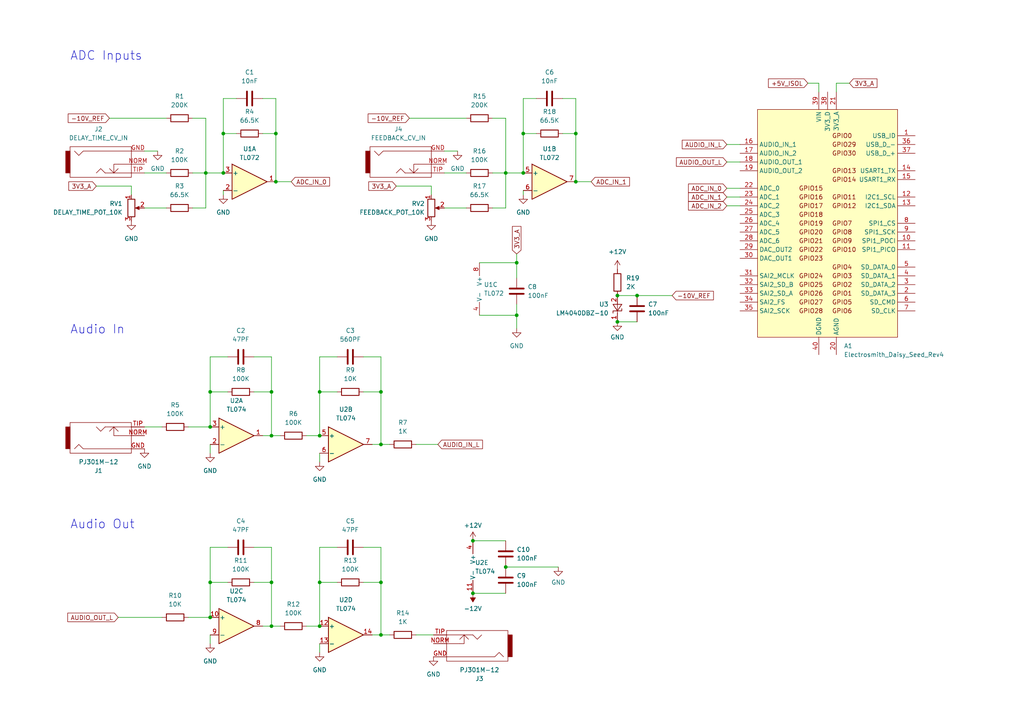
<source format=kicad_sch>
(kicad_sch (version 20230121) (generator eeschema)
  (paper "A4")
  (lib_symbols
    (symbol "Amplifier_Operational:TL072" (pin_names (offset 0.127))
      (property "Reference" "U" (at 0 5.08 0))
      (property "Value" "TL072" (at 0 -5.08 0))
      (symbol "TL072_1_1"
        (polyline (pts (xy -5.08 5.08) (xy 5.08 0) (xy -5.08 -5.08) (xy -5.08 5.08)) (stroke (width 0.254)) (fill (type background)))
        (pin output line (at 7.62 0 180) (length 2.54) (name "~") (number "1"))
        (pin input line (at -7.62 -2.54 0) (length 2.54) (name "-") (number "2"))
        (pin input line (at -7.62 2.54 0) (length 2.54) (name "+") (number "3"))
      )
      (symbol "TL072_2_1"
        (polyline (pts (xy -5.08 5.08) (xy 5.08 0) (xy -5.08 -5.08) (xy -5.08 5.08)) (stroke (width 0.254)) (fill (type background)))
        (pin input line (at -7.62 2.54 0) (length 2.54) (name "+") (number "5"))
        (pin input line (at -7.62 -2.54 0) (length 2.54) (name "-") (number "6"))
        (pin output line (at 7.62 0 180) (length 2.54) (name "~") (number "7"))
      )
      (symbol "TL072_3_1"
        (pin power_in line (at -2.54 -7.62 90) (length 3.81) (name "V-") (number "4"))
        (pin power_in line (at -2.54 7.62 270) (length 3.81) (name "V+") (number "8"))
      )
    )
    (symbol "Amplifier_Operational:TL074" (pin_names (offset 0.127))
      (property "Reference" "U" (at 0 5.08 0))
      (property "Value" "TL074" (at 0 -5.08 0))
      (symbol "TL074_1_1"
        (polyline (pts (xy -5.08 5.08) (xy 5.08 0) (xy -5.08 -5.08) (xy -5.08 5.08)) (stroke (width 0.254)) (fill (type background)))
        (pin output line (at 7.62 0 180) (length 2.54) (name "~") (number "1"))
        (pin input line (at -7.62 -2.54 0) (length 2.54) (name "-") (number "2"))
        (pin input line (at -7.62 2.54 0) (length 2.54) (name "+") (number "3"))
      )
      (symbol "TL074_2_1"
        (polyline (pts (xy -5.08 5.08) (xy 5.08 0) (xy -5.08 -5.08) (xy -5.08 5.08)) (stroke (width 0.254)) (fill (type background)))
        (pin input line (at -7.62 2.54 0) (length 2.54) (name "+") (number "5"))
        (pin input line (at -7.62 -2.54 0) (length 2.54) (name "-") (number "6"))
        (pin output line (at 7.62 0 180) (length 2.54) (name "~") (number "7"))
      )
      (symbol "TL074_3_1"
        (polyline (pts (xy -5.08 5.08) (xy 5.08 0) (xy -5.08 -5.08) (xy -5.08 5.08)) (stroke (width 0.254)) (fill (type background)))
        (pin input line (at -7.62 2.54 0) (length 2.54) (name "+") (number "10"))
        (pin output line (at 7.62 0 180) (length 2.54) (name "~") (number "8"))
        (pin input line (at -7.62 -2.54 0) (length 2.54) (name "-") (number "9"))
      )
      (symbol "TL074_4_1"
        (polyline (pts (xy -5.08 5.08) (xy 5.08 0) (xy -5.08 -5.08) (xy -5.08 5.08)) (stroke (width 0.254)) (fill (type background)))
        (pin input line (at -7.62 2.54 0) (length 2.54) (name "+") (number "12"))
        (pin input line (at -7.62 -2.54 0) (length 2.54) (name "-") (number "13"))
        (pin output line (at 7.62 0 180) (length 2.54) (name "~") (number "14"))
      )
      (symbol "TL074_5_1"
        (pin power_in line (at -2.54 -7.62 90) (length 3.81) (name "V-") (number "11"))
        (pin power_in line (at -2.54 7.62 270) (length 3.81) (name "V+") (number "4"))
      )
    )
    (symbol "Device:C" (pin_numbers hide) (pin_names (offset 0.254))
      (property "Reference" "C" (at 0.635 2.54 0))
      (property "Value" "C" (at 0.635 -2.54 0))
      (symbol "C_0_1"
        (polyline (pts (xy -2.032 -0.762) (xy 2.032 -0.762)) (stroke (width 0.508)))
        (polyline (pts (xy -2.032 0.762) (xy 2.032 0.762)) (stroke (width 0.508)))
      )
      (symbol "C_1_1"
        (pin passive line (at 0 3.81 270) (length 2.794) (name "~") (number "1"))
        (pin passive line (at 0 -3.81 90) (length 2.794) (name "~") (number "2"))
      )
    )
    (symbol "Device:R" (pin_numbers hide) (pin_names (offset 0))
      (property "Reference" "R" (at 2.032 0 90))
      (property "Value" "R" (at 0 0 90))
      (symbol "R_0_1"
        (rectangle (start -1.016 -2.54) (end 1.016 2.54) (stroke (width 0.254)))
      )
      (symbol "R_1_1"
        (pin passive line (at 0 3.81 270) (length 1.27) (name "~") (number "1"))
        (pin passive line (at 0 -3.81 90) (length 1.27) (name "~") (number "2"))
      )
    )
    (symbol "Device:R_Potentiometer" (pin_names (offset 1.016) hide)
      (property "Reference" "RV" (at -4.445 0 90))
      (property "Value" "R_Potentiometer" (at -2.54 0 90))
      (symbol "R_Potentiometer_0_1"
        (polyline (pts (xy 2.54 0) (xy 1.524 0)))
        (polyline (pts (xy 1.143 0) (xy 2.286 0.508) (xy 2.286 -0.508) (xy 1.143 0)) (fill (type outline)))
        (rectangle (start 1.016 2.54) (end -1.016 -2.54) (stroke (width 0.254)))
      )
      (symbol "R_Potentiometer_1_1"
        (pin passive line (at 0 3.81 270) (length 1.27) (name "1") (number "1"))
        (pin passive line (at 3.81 0 180) (length 1.27) (name "2") (number "2"))
        (pin passive line (at 0 -3.81 90) (length 1.27) (name "3") (number "3"))
      )
    )
    (symbol "MCU_Module:Electrosmith_Daisy_Seed_Rev4"
      (property "Reference" "A" (at -20.32 34.29 0))
      (property "Value" "Electrosmith_Daisy_Seed_Rev4" (at 33.02 34.29 0))
      (symbol "Electrosmith_Daisy_Seed_Rev4_0_0"
        (text "GPIO0" (at 1.27 25.4 0) (effects (font (size 1.27 1.27)) (justify left)))
        (text "GPIO1" (at 1.27 -20.32 0) (effects (font (size 1.27 1.27)) (justify left)))
        (text "GPIO10" (at 1.27 -7.62 0) (effects (font (size 1.27 1.27)) (justify left)))
        (text "GPIO11" (at 1.27 7.62 0) (effects (font (size 1.27 1.27)) (justify left)))
        (text "GPIO12" (at 1.27 5.08 0) (effects (font (size 1.27 1.27)) (justify left)))
        (text "GPIO13" (at 1.27 15.24 0) (effects (font (size 1.27 1.27)) (justify left)))
        (text "GPIO14" (at 1.27 12.7 0) (effects (font (size 1.27 1.27)) (justify left)))
        (text "GPIO15" (at -1.27 10.16 0) (effects (font (size 1.27 1.27)) (justify right)))
        (text "GPIO16" (at -1.27 7.62 0) (effects (font (size 1.27 1.27)) (justify right)))
        (text "GPIO17" (at -1.27 5.08 0) (effects (font (size 1.27 1.27)) (justify right)))
        (text "GPIO18" (at -1.27 2.54 0) (effects (font (size 1.27 1.27)) (justify right)))
        (text "GPIO19" (at -1.27 0 0) (effects (font (size 1.27 1.27)) (justify right)))
        (text "GPIO2" (at 1.27 -17.78 0) (effects (font (size 1.27 1.27)) (justify left)))
        (text "GPIO20" (at -1.27 -2.54 0) (effects (font (size 1.27 1.27)) (justify right)))
        (text "GPIO21" (at -1.27 -5.08 0) (effects (font (size 1.27 1.27)) (justify right)))
        (text "GPIO22" (at -1.27 -7.62 0) (effects (font (size 1.27 1.27)) (justify right)))
        (text "GPIO23" (at -1.27 -10.16 0) (effects (font (size 1.27 1.27)) (justify right)))
        (text "GPIO24" (at -1.27 -15.24 0) (effects (font (size 1.27 1.27)) (justify right)))
        (text "GPIO25" (at -1.27 -17.78 0) (effects (font (size 1.27 1.27)) (justify right)))
        (text "GPIO26" (at -1.27 -20.32 0) (effects (font (size 1.27 1.27)) (justify right)))
        (text "GPIO27" (at -1.27 -22.86 0) (effects (font (size 1.27 1.27)) (justify right)))
        (text "GPIO28" (at -1.27 -25.4 0) (effects (font (size 1.27 1.27)) (justify right)))
        (text "GPIO29" (at 1.27 22.86 0) (effects (font (size 1.27 1.27)) (justify left)))
        (text "GPIO3" (at 1.27 -15.24 0) (effects (font (size 1.27 1.27)) (justify left)))
        (text "GPIO30" (at 1.27 20.32 0) (effects (font (size 1.27 1.27)) (justify left)))
        (text "GPIO4" (at 1.27 -12.7 0) (effects (font (size 1.27 1.27)) (justify left)))
        (text "GPIO5" (at 1.27 -22.86 0) (effects (font (size 1.27 1.27)) (justify left)))
        (text "GPIO6" (at 1.27 -25.4 0) (effects (font (size 1.27 1.27)) (justify left)))
        (text "GPIO7" (at 1.27 0 0) (effects (font (size 1.27 1.27)) (justify left)))
        (text "GPIO8" (at 1.27 -2.54 0) (effects (font (size 1.27 1.27)) (justify left)))
        (text "GPIO9" (at 1.27 -5.08 0) (effects (font (size 1.27 1.27)) (justify left)))
        (pin bidirectional line (at 25.4 25.4 180) (length 5.08) (name "USB_ID") (number "1"))
        (pin bidirectional line (at 25.4 -5.08 180) (length 5.08) (name "SPI1_POCI") (number "10"))
        (pin bidirectional line (at 25.4 -7.62 180) (length 5.08) (name "SPI1_PICO") (number "11"))
        (pin bidirectional line (at 25.4 7.62 180) (length 5.08) (name "I2C1_SCL") (number "12"))
        (pin bidirectional line (at 25.4 5.08 180) (length 5.08) (name "I2C1_SDA") (number "13"))
        (pin bidirectional line (at 25.4 15.24 180) (length 5.08) (name "USART1_TX") (number "14"))
        (pin bidirectional line (at 25.4 12.7 180) (length 5.08) (name "USART1_RX") (number "15"))
        (pin input line (at -25.4 22.86 0) (length 5.08) (name "AUDIO_IN_1") (number "16"))
        (pin input line (at -25.4 20.32 0) (length 5.08) (name "AUDIO_IN_2") (number "17"))
        (pin output line (at -25.4 17.78 0) (length 5.08) (name "AUDIO_OUT_1") (number "18"))
        (pin output line (at -25.4 15.24 0) (length 5.08) (name "AUDIO_OUT_2") (number "19"))
        (pin bidirectional line (at 25.4 -20.32 180) (length 5.08) (name "SD_DATA_3") (number "2"))
        (pin power_in line (at 2.54 -38.1 90) (length 5.08) (name "AGND") (number "20"))
        (pin power_out line (at 2.54 38.1 270) (length 5.08) (name "3V3_A") (number "21"))
        (pin bidirectional line (at -25.4 10.16 0) (length 5.08) (name "ADC_0") (number "22"))
        (pin bidirectional line (at -25.4 7.62 0) (length 5.08) (name "ADC_1") (number "23"))
        (pin bidirectional line (at -25.4 5.08 0) (length 5.08) (name "ADC_2") (number "24"))
        (pin bidirectional line (at -25.4 2.54 0) (length 5.08) (name "ADC_3") (number "25"))
        (pin bidirectional line (at -25.4 0 0) (length 5.08) (name "ADC_4") (number "26"))
        (pin bidirectional line (at -25.4 -2.54 0) (length 5.08) (name "ADC_5") (number "27"))
        (pin bidirectional line (at -25.4 -5.08 0) (length 5.08) (name "ADC_6") (number "28"))
        (pin bidirectional line (at -25.4 -7.62 0) (length 5.08) (name "DAC_OUT2") (number "29"))
        (pin bidirectional line (at 25.4 -17.78 180) (length 5.08) (name "SD_DATA_2") (number "3"))
        (pin bidirectional line (at -25.4 -10.16 0) (length 5.08) (name "DAC_OUT1") (number "30"))
        (pin bidirectional line (at -25.4 -15.24 0) (length 5.08) (name "SAI2_MCLK") (number "31"))
        (pin bidirectional line (at -25.4 -17.78 0) (length 5.08) (name "SAI2_SD_B") (number "32"))
        (pin bidirectional line (at -25.4 -20.32 0) (length 5.08) (name "SAI2_SD_A") (number "33"))
        (pin bidirectional line (at -25.4 -22.86 0) (length 5.08) (name "SAI2_FS") (number "34"))
        (pin bidirectional line (at -25.4 -25.4 0) (length 5.08) (name "SAI2_SCK") (number "35"))
        (pin bidirectional line (at 25.4 22.86 180) (length 5.08) (name "USB_D_-") (number "36"))
        (pin bidirectional line (at 25.4 20.32 180) (length 5.08) (name "USB_D_+") (number "37"))
        (pin power_out line (at 0 38.1 270) (length 5.08) (name "3V3_D") (number "38"))
        (pin power_in line (at -2.54 38.1 270) (length 5.08) (name "VIN") (number "39"))
        (pin bidirectional line (at 25.4 -15.24 180) (length 5.08) (name "SD_DATA_1") (number "4"))
        (pin power_in line (at -2.54 -38.1 90) (length 5.08) (name "DGND") (number "40"))
        (pin bidirectional line (at 25.4 -12.7 180) (length 5.08) (name "SD_DATA_0") (number "5"))
        (pin bidirectional line (at 25.4 -22.86 180) (length 5.08) (name "SD_CMD") (number "6"))
        (pin bidirectional line (at 25.4 -25.4 180) (length 5.08) (name "SD_CLK") (number "7"))
        (pin bidirectional line (at 25.4 0 180) (length 5.08) (name "SPI1_CS") (number "8"))
        (pin bidirectional line (at 25.4 -2.54 180) (length 5.08) (name "SPI1_SCK") (number "9"))
      )
      (symbol "Electrosmith_Daisy_Seed_Rev4_0_1"
        (rectangle (start -20.32 33.02) (end 20.32 -33.02) (fill (type background)))
      )
    )
    (symbol "Reference_Voltage:LM4040DBZ-10" (pin_names (offset 0.0254) hide)
      (property "Reference" "U" (at 0 2.54 0))
      (property "Value" "LM4040DBZ-10" (at 0 -3.175 0))
      (symbol "LM4040DBZ-10_0_1"
        (polyline (pts (xy -1.27 0) (xy 0 0) (xy 1.27 0)))
        (polyline (pts (xy -1.27 -1.27) (xy 0.635 0) (xy -1.27 1.27) (xy -1.27 -1.27)) (stroke (width 0.2032)))
        (polyline (pts (xy 0 -1.27) (xy 0.635 -1.27) (xy 0.635 1.27) (xy 1.27 1.27)) (stroke (width 0.2032)))
      )
      (symbol "LM4040DBZ-10_1_1"
        (pin passive line (at 3.81 0 180) (length 2.54) (name "K") (number "1"))
        (pin passive line (at -3.81 0 0) (length 2.54) (name "A") (number "2"))
      )
    )
    (symbol "eurocad:PJ301M-12" (pin_names (offset 1.016))
      (property "Reference" "J2" (at -1.905 10.16 0))
      (property "Value" "PJ301M-12" (at -1.905 7.62 0))
      (symbol "PJ301M-12_0_1"
        (rectangle (start -11.43 3.81) (end -10.16 -2.54) (fill (type outline)))
        (polyline (pts (xy 3.81 0) (xy 7.62 0) (xy 7.62 0)))
        (polyline (pts (xy 0 -2.54) (xy -1.27 -1.27) (xy -2.54 -2.54) (xy -2.54 -2.54)))
        (polyline (pts (xy 0 -2.54) (xy 7.62 -2.54) (xy 7.62 -2.54) (xy 7.62 -2.54)))
        (polyline (pts (xy 1.27 -1.27) (xy 2.54 -2.54) (xy 3.81 -1.27) (xy 3.81 -1.27)))
        (polyline (pts (xy 3.81 0) (xy 2.54 0) (xy 2.54 -2.54) (xy 2.54 -2.54)))
        (polyline (pts (xy 7.62 3.81) (xy -6.35 3.81) (xy -7.62 2.54) (xy -8.89 3.81) (xy -8.89 3.81)))
        (rectangle (start 7.62 -3.81) (end -10.16 5.08))
      )
      (symbol "PJ301M-12_1_1"
        (pin passive line (at 11.43 3.81 180) (length 3.81) (name "~") (number "GND"))
        (pin passive line (at 11.43 0 180) (length 3.81) (name "~") (number "NORM"))
        (pin passive line (at 11.43 -2.54 180) (length 3.81) (name "~") (number "TIP"))
      )
    )
    (symbol "power:+12V" (power) (pin_names (offset 0))
      (property "Value" "+12V" (at 0 3.556 0))
      (symbol "+12V_0_1"
        (polyline (pts (xy -0.762 1.27) (xy 0 2.54)))
        (polyline (pts (xy 0 0) (xy 0 2.54)))
        (polyline (pts (xy 0 2.54) (xy 0.762 1.27)))
      )
      (symbol "+12V_1_1"
        (pin power_in line (at 0 0 90) (length 0) hide (name "+12V") (number "1"))
      )
    )
    (symbol "power:-12V" (power) (pin_names (offset 0))
      (property "Value" "-12V" (at 0 3.81 0))
      (symbol "-12V_0_0"
        (pin power_in line (at 0 0 90) (length 0) hide (name "-12V") (number "1"))
      )
      (symbol "-12V_0_1"
        (polyline (pts (xy 0 0) (xy 0 1.27) (xy 0.762 1.27) (xy 0 2.54) (xy -0.762 1.27) (xy 0 1.27)) (fill (type outline)))
      )
    )
    (symbol "power:GND" (power) (pin_names (offset 0))
      (property "Value" "GND" (at 0 -3.81 0))
      (symbol "GND_0_1"
        (polyline (pts (xy 0 0) (xy 0 -1.27) (xy 1.27 -1.27) (xy 0 -2.54) (xy -1.27 -1.27) (xy 0 -1.27)))
      )
      (symbol "GND_1_1"
        (pin power_in line (at 0 0 270) (length 0) hide (name "GND") (number "1"))
      )
    )
  )
  (junction (at 92.71 126.365))
  (junction (at 92.71 168.91))
  (junction (at 60.96 123.825))
  (junction (at 110.49 113.665))
  (junction (at 92.71 113.665))
  (junction (at 78.74 181.61))
  (junction (at 78.74 168.91))
  (junction (at 80.01 52.705))
  (junction (at 78.74 113.665))
  (junction (at 149.86 76.2))
  (junction (at 179.07 85.725))
  (junction (at 137.16 156.845))
  (junction (at 64.77 50.165))
  (junction (at 151.765 50.165))
  (junction (at 60.96 179.07))
  (junction (at 137.16 172.085))
  (junction (at 60.96 168.91))
  (junction (at 179.07 93.345))
  (junction (at 78.74 126.365))
  (junction (at 92.71 181.61))
  (junction (at 64.77 38.735))
  (junction (at 60.96 113.665))
  (junction (at 146.685 164.465))
  (junction (at 80.01 38.735))
  (junction (at 59.69 50.165))
  (junction (at 110.49 184.15))
  (junction (at 167.005 38.735))
  (junction (at 110.49 168.91))
  (junction (at 184.785 85.725))
  (junction (at 110.49 128.905))
  (junction (at 149.86 91.44))
  (junction (at 146.685 50.165))
  (junction (at 151.765 38.735))
  (junction (at 167.005 52.705))
  (wire (pts (xy 139.065 91.44) (xy 149.86 91.44)))
  (wire (pts (xy 137.16 172.085) (xy 137.16 171.45)))
  (wire (pts (xy 146.685 34.29) (xy 146.685 50.165)))
  (wire (pts (xy 92.71 158.75) (xy 92.71 168.91)))
  (wire (pts (xy 107.95 184.15) (xy 110.49 184.15)))
  (wire (pts (xy 163.195 38.735) (xy 167.005 38.735)))
  (wire (pts (xy 142.875 60.325) (xy 146.685 60.325)))
  (wire (pts (xy 179.07 85.725) (xy 184.785 85.725)))
  (wire (pts (xy 54.61 179.07) (xy 60.96 179.07)))
  (wire (pts (xy 114.935 53.975) (xy 125.095 53.975)))
  (wire (pts (xy 31.75 34.29) (xy 48.26 34.29)))
  (wire (pts (xy 110.49 158.75) (xy 110.49 168.91)))
  (wire (pts (xy 184.785 85.725) (xy 194.945 85.725)))
  (wire (pts (xy 34.29 179.07) (xy 46.99 179.07)))
  (wire (pts (xy 59.69 50.165) (xy 64.77 50.165)))
  (wire (pts (xy 146.685 50.165) (xy 151.765 50.165)))
  (wire (pts (xy 151.765 28.575) (xy 155.575 28.575)))
  (wire (pts (xy 38.1 53.975) (xy 38.1 56.515)))
  (wire (pts (xy 128.905 50.165) (xy 135.255 50.165)))
  (wire (pts (xy 97.79 158.75) (xy 92.71 158.75)))
  (wire (pts (xy 92.71 113.665) (xy 97.79 113.665)))
  (wire (pts (xy 110.49 128.905) (xy 113.03 128.905)))
  (wire (pts (xy 242.57 26.67) (xy 242.57 24.13)))
  (wire (pts (xy 60.96 184.15) (xy 60.96 186.69)))
  (wire (pts (xy 105.41 158.75) (xy 110.49 158.75)))
  (wire (pts (xy 60.96 168.91) (xy 66.04 168.91)))
  (wire (pts (xy 78.74 126.365) (xy 78.74 113.665)))
  (wire (pts (xy 59.69 50.165) (xy 59.69 60.325)))
  (wire (pts (xy 73.66 168.91) (xy 78.74 168.91)))
  (wire (pts (xy 78.74 181.61) (xy 81.28 181.61)))
  (wire (pts (xy 73.66 113.665) (xy 78.74 113.665)))
  (wire (pts (xy 128.905 43.815) (xy 132.715 43.815)))
  (wire (pts (xy 92.71 113.665) (xy 92.71 126.365)))
  (wire (pts (xy 60.96 123.825) (xy 60.96 113.665)))
  (wire (pts (xy 151.765 55.245) (xy 151.765 56.515)))
  (wire (pts (xy 210.82 46.99) (xy 214.63 46.99)))
  (wire (pts (xy 210.82 54.61) (xy 214.63 54.61)))
  (wire (pts (xy 110.49 168.91) (xy 110.49 184.15)))
  (wire (pts (xy 88.9 126.365) (xy 92.71 126.365)))
  (wire (pts (xy 76.2 28.575) (xy 80.01 28.575)))
  (wire (pts (xy 149.86 91.44) (xy 149.86 88.265)))
  (wire (pts (xy 149.86 95.25) (xy 149.86 91.44)))
  (wire (pts (xy 41.91 50.165) (xy 48.26 50.165)))
  (wire (pts (xy 179.07 93.345) (xy 184.785 93.345)))
  (wire (pts (xy 110.49 184.15) (xy 113.03 184.15)))
  (wire (pts (xy 151.765 38.735) (xy 155.575 38.735)))
  (wire (pts (xy 167.005 28.575) (xy 167.005 38.735)))
  (wire (pts (xy 142.875 50.165) (xy 146.685 50.165)))
  (wire (pts (xy 210.82 41.91) (xy 214.63 41.91)))
  (wire (pts (xy 146.685 172.085) (xy 137.16 172.085)))
  (wire (pts (xy 120.65 128.905) (xy 127 128.905)))
  (wire (pts (xy 76.2 181.61) (xy 78.74 181.61)))
  (wire (pts (xy 163.195 28.575) (xy 167.005 28.575)))
  (wire (pts (xy 55.88 60.325) (xy 59.69 60.325)))
  (wire (pts (xy 242.57 24.13) (xy 246.38 24.13)))
  (wire (pts (xy 64.77 50.165) (xy 64.77 38.735)))
  (wire (pts (xy 142.875 34.29) (xy 146.685 34.29)))
  (wire (pts (xy 118.745 34.29) (xy 135.255 34.29)))
  (wire (pts (xy 41.91 43.815) (xy 45.72 43.815)))
  (wire (pts (xy 167.005 38.735) (xy 167.005 52.705)))
  (wire (pts (xy 64.77 28.575) (xy 68.58 28.575)))
  (wire (pts (xy 137.16 156.845) (xy 146.685 156.845)))
  (wire (pts (xy 167.005 52.705) (xy 171.45 52.705)))
  (wire (pts (xy 78.74 158.75) (xy 78.74 168.91)))
  (wire (pts (xy 64.77 55.245) (xy 64.77 56.515)))
  (wire (pts (xy 27.94 53.975) (xy 38.1 53.975)))
  (wire (pts (xy 60.96 113.665) (xy 66.04 113.665)))
  (wire (pts (xy 92.71 186.69) (xy 92.71 189.23)))
  (wire (pts (xy 64.77 38.735) (xy 64.77 28.575)))
  (wire (pts (xy 110.49 113.665) (xy 110.49 128.905)))
  (wire (pts (xy 55.88 50.165) (xy 59.69 50.165)))
  (wire (pts (xy 55.88 34.29) (xy 59.69 34.29)))
  (wire (pts (xy 64.77 38.735) (xy 68.58 38.735)))
  (wire (pts (xy 139.065 76.2) (xy 149.86 76.2)))
  (wire (pts (xy 54.61 123.825) (xy 60.96 123.825)))
  (wire (pts (xy 80.01 28.575) (xy 80.01 38.735)))
  (wire (pts (xy 105.41 168.91) (xy 110.49 168.91)))
  (wire (pts (xy 76.2 126.365) (xy 78.74 126.365)))
  (wire (pts (xy 125.095 53.975) (xy 125.095 56.515)))
  (wire (pts (xy 76.2 38.735) (xy 80.01 38.735)))
  (wire (pts (xy 149.86 76.2) (xy 149.86 80.645)))
  (wire (pts (xy 128.905 60.325) (xy 135.255 60.325)))
  (wire (pts (xy 146.685 164.465) (xy 161.925 164.465)))
  (wire (pts (xy 210.82 57.15) (xy 214.63 57.15)))
  (wire (pts (xy 234.315 24.13) (xy 237.49 24.13)))
  (wire (pts (xy 41.91 123.825) (xy 46.99 123.825)))
  (wire (pts (xy 80.01 52.705) (xy 84.455 52.705)))
  (wire (pts (xy 105.41 103.505) (xy 110.49 103.505)))
  (wire (pts (xy 78.74 181.61) (xy 78.74 168.91)))
  (wire (pts (xy 60.96 103.505) (xy 60.96 113.665)))
  (wire (pts (xy 73.66 158.75) (xy 78.74 158.75)))
  (wire (pts (xy 110.49 103.505) (xy 110.49 113.665)))
  (wire (pts (xy 88.9 181.61) (xy 92.71 181.61)))
  (wire (pts (xy 237.49 24.13) (xy 237.49 26.67)))
  (wire (pts (xy 60.96 158.75) (xy 60.96 168.91)))
  (wire (pts (xy 59.69 34.29) (xy 59.69 50.165)))
  (wire (pts (xy 107.95 128.905) (xy 110.49 128.905)))
  (wire (pts (xy 60.96 128.905) (xy 60.96 131.445)))
  (wire (pts (xy 41.91 60.325) (xy 48.26 60.325)))
  (wire (pts (xy 105.41 113.665) (xy 110.49 113.665)))
  (wire (pts (xy 73.66 103.505) (xy 78.74 103.505)))
  (wire (pts (xy 210.82 59.69) (xy 214.63 59.69)))
  (wire (pts (xy 92.71 131.445) (xy 92.71 133.985)))
  (wire (pts (xy 149.86 73.66) (xy 149.86 76.2)))
  (wire (pts (xy 92.71 168.91) (xy 92.71 181.61)))
  (wire (pts (xy 146.685 50.165) (xy 146.685 60.325)))
  (wire (pts (xy 78.74 126.365) (xy 81.28 126.365)))
  (wire (pts (xy 151.765 38.735) (xy 151.765 28.575)))
  (wire (pts (xy 151.765 50.165) (xy 151.765 38.735)))
  (wire (pts (xy 66.04 103.505) (xy 60.96 103.505)))
  (wire (pts (xy 92.71 168.91) (xy 97.79 168.91)))
  (wire (pts (xy 78.74 103.505) (xy 78.74 113.665)))
  (wire (pts (xy 97.79 103.505) (xy 92.71 103.505)))
  (wire (pts (xy 120.65 184.15) (xy 125.73 184.15)))
  (wire (pts (xy 92.71 103.505) (xy 92.71 113.665)))
  (wire (pts (xy 80.01 38.735) (xy 80.01 52.705)))
  (wire (pts (xy 60.96 179.07) (xy 60.96 168.91)))
  (wire (pts (xy 66.04 158.75) (xy 60.96 158.75)))
  (text "ADC Inputs" (at 20.32 17.78 0) (effects (font (size 2.54 2.54)) (justify left bottom)))
  (text "Audio Out" (at 20.32 153.67 0) (effects (font (size 2.54 2.54)) (justify left bottom)))
  (text "Audio In" (at 20.32 97.155 0) (effects (font (size 2.54 2.54)) (justify left bottom)))
  (global_label "-10V_REF" (shape input) (at 194.945 85.725 0) (property "Intersheetrefs" "${INTERSHEET_REFS}" (effects hide)))
  (global_label "ADC_IN_2" (shape input) (at 210.82 59.69 180) (property "Intersheetrefs" "${INTERSHEET_REFS}" (effects hide)))
  (global_label "ADC_IN_0" (shape input) (at 84.455 52.705 0) (property "Intersheetrefs" "${INTERSHEET_REFS}" (effects hide)))
  (global_label "ADC_IN_0" (shape input) (at 210.82 54.61 180) (property "Intersheetrefs" "${INTERSHEET_REFS}" (effects hide)))
  (global_label "AUDIO_OUT_L" (shape input) (at 210.82 46.99 180) (property "Intersheetrefs" "${INTERSHEET_REFS}" (effects hide)))
  (global_label "-10V_REF" (shape input) (at 118.745 34.29 180) (property "Intersheetrefs" "${INTERSHEET_REFS}" (effects hide)))
  (global_label "3V3_A" (shape input) (at 27.94 53.975 180) (property "Intersheetrefs" "${INTERSHEET_REFS}" (effects hide)))
  (global_label "AUDIO_OUT_L" (shape input) (at 34.29 179.07 180) (property "Intersheetrefs" "${INTERSHEET_REFS}" (effects hide)))
  (global_label "+5V_ISOL" (shape input) (at 234.315 24.13 180) (property "Intersheetrefs" "${INTERSHEET_REFS}" (effects hide)))
  (global_label "ADC_IN_1" (shape input) (at 171.45 52.705 0) (property "Intersheetrefs" "${INTERSHEET_REFS}" (effects hide)))
  (global_label "3V3_A" (shape input) (at 246.38 24.13 0) (property "Intersheetrefs" "${INTERSHEET_REFS}" (effects hide)))
  (global_label "AUDIO_IN_L" (shape input) (at 210.82 41.91 180) (property "Intersheetrefs" "${INTERSHEET_REFS}" (effects hide)))
  (global_label "3V3_A" (shape input) (at 114.935 53.975 180) (property "Intersheetrefs" "${INTERSHEET_REFS}" (effects hide)))
  (global_label "3V3_A" (shape input) (at 149.86 73.66 90) (property "Intersheetrefs" "${INTERSHEET_REFS}" (effects hide)))
  (global_label "-10V_REF" (shape input) (at 31.75 34.29 180) (property "Intersheetrefs" "${INTERSHEET_REFS}" (effects hide)))
  (global_label "ADC_IN_1" (shape input) (at 210.82 57.15 180) (property "Intersheetrefs" "${INTERSHEET_REFS}" (effects hide)))
  (global_label "AUDIO_IN_L" (shape input) (at 127 128.905 0) (property "Intersheetrefs" "${INTERSHEET_REFS}" (effects hide)))
  (symbol (lib_id "Device:R") (at 139.065 34.29 90) (unit 1)
    (property "Reference" "R15" (at 139.065 27.94 90))
    (property "Value" "200K" (at 139.065 30.48 90))
  )
  (symbol (lib_id "Device:R") (at 52.07 60.325 90) (unit 1)
    (property "Reference" "R3" (at 52.07 53.975 90))
    (property "Value" "66.5K" (at 52.07 56.515 90))
  )
  (symbol (lib_id "Device:R") (at 116.84 184.15 90) (unit 1)
    (property "Reference" "R14" (at 116.84 177.8 90))
    (property "Value" "1K" (at 116.84 180.34 90))
  )
  (symbol (lib_id "MCU_Module:Electrosmith_Daisy_Seed_Rev4") (at 240.03 64.77 0) (unit 1)
    (property "Reference" "A1" (at 244.7641 100.33 0) (effects (justify left)))
    (property "Value" "Electrosmith_Daisy_Seed_Rev4" (at 244.7641 102.87 0) (effects (justify left)))
    (property "Footprint" "Module:Electrosmith_Daisy_Seed" (effects hide))
    (property "Datasheet" "https://static1.squarespace.com/static/58d03fdc1b10e3bf442567b8/t/6227e6236f02fb68d1577146/1646781988478/Daisy_Seed_datasheet_v1.0.3.pdf" (effects hide))
  )
  (symbol (lib_id "power:GND") (at 64.77 56.515 0) (unit 1)
    (property "Reference" "#PWR01" (effects hide))
    (property "Value" "GND" (at 64.77 61.595 0))
  )
  (symbol (lib_id "Amplifier_Operational:TL074") (at 100.33 128.905 0) (unit 2)
    (property "Reference" "U2" (at 100.33 118.745 0))
    (property "Value" "TL074" (at 100.33 121.285 0))
    (property "Datasheet" "http://www.ti.com/lit/ds/symlink/tl071.pdf" (effects hide))
  )
  (symbol (lib_id "Device:R") (at 159.385 38.735 90) (unit 1)
    (property "Reference" "R18" (at 159.385 32.385 90))
    (property "Value" "66.5K" (at 159.385 34.925 90))
  )
  (symbol (lib_id "Device:R") (at 50.8 179.07 90) (unit 1)
    (property "Reference" "R10" (at 50.8 172.72 90))
    (property "Value" "10K" (at 50.8 175.26 90))
  )
  (symbol (lib_id "Device:R") (at 52.07 34.29 90) (unit 1)
    (property "Reference" "R1" (at 52.07 27.94 90))
    (property "Value" "200K" (at 52.07 30.48 90))
  )
  (symbol (lib_id "power:+12V") (at 179.07 78.105 0) (unit 1)
    (property "Reference" "#PWR016" (effects hide))
    (property "Value" "+12V" (at 179.07 73.025 0))
  )
  (symbol (lib_id "power:GND") (at 132.715 43.815 0) (unit 1)
    (property "Reference" "#PWR011" (effects hide))
    (property "Value" "GND" (at 132.715 48.895 0))
  )
  (symbol (lib_id "Device:R") (at 139.065 60.325 90) (unit 1)
    (property "Reference" "R17" (at 139.065 53.975 90))
    (property "Value" "66.5K" (at 139.065 56.515 90))
  )
  (symbol (lib_id "Device:R_Potentiometer") (at 125.095 60.325 0) (unit 1)
    (property "Reference" "RV2" (at 123.19 59.055 0) (effects (justify right)))
    (property "Value" "FEEDBACK_POT_10K" (at 123.19 61.595 0) (effects (justify right)))
  )
  (symbol (lib_id "eurocad:PJ301M-12") (at 30.48 47.625 0) (unit 1)
    (property "Reference" "J2" (at 28.575 37.465 0))
    (property "Value" "DELAY_TIME_CV_IN" (at 28.575 40.005 0))
  )
  (symbol (lib_id "Device:R") (at 85.09 126.365 90) (unit 1)
    (property "Reference" "R6" (at 85.09 120.015 90))
    (property "Value" "100K" (at 85.09 122.555 90))
  )
  (symbol (lib_id "Device:R") (at 69.85 113.665 90) (unit 1)
    (property "Reference" "R8" (at 69.85 107.315 90))
    (property "Value" "100K" (at 69.85 109.855 90))
  )
  (symbol (lib_id "Amplifier_Operational:TL074") (at 68.58 181.61 0) (unit 3)
    (property "Reference" "U2" (at 68.58 171.45 0))
    (property "Value" "TL074" (at 68.58 173.99 0))
    (property "Datasheet" "http://www.ti.com/lit/ds/symlink/tl071.pdf" (effects hide))
  )
  (symbol (lib_id "Device:C") (at 101.6 158.75 90) (unit 1)
    (property "Reference" "C5" (at 101.6 151.13 90))
    (property "Value" "47PF" (at 101.6 153.67 90))
  )
  (symbol (lib_id "Device:R") (at 72.39 38.735 90) (unit 1)
    (property "Reference" "R4" (at 72.39 32.385 90))
    (property "Value" "66.5K" (at 72.39 34.925 90))
  )
  (symbol (lib_id "Amplifier_Operational:TL074") (at 139.7 164.465 0) (unit 5)
    (property "Reference" "U2" (at 137.795 163.195 0) (effects (justify left)))
    (property "Value" "TL074" (at 137.795 165.735 0) (effects (justify left)))
    (property "Datasheet" "http://www.ti.com/lit/ds/symlink/tl071.pdf" (effects hide))
  )
  (symbol (lib_id "Device:C") (at 184.785 89.535 0) (unit 1)
    (property "Reference" "C7" (at 187.96 88.265 0) (effects (justify left)))
    (property "Value" "100nF" (at 187.96 90.805 0) (effects (justify left)))
  )
  (symbol (lib_id "Reference_Voltage:LM4040DBZ-10") (at 179.07 89.535 90) (mirror x) (unit 1)
    (property "Reference" "U3" (at 176.53 88.265 90) (effects (justify left)))
    (property "Value" "LM4040DBZ-10" (at 176.53 90.805 90) (effects (justify left)))
    (property "Footprint" "Package_TO_SOT_SMD:SOT-23" (effects hide))
    (property "Datasheet" "http://www.ti.com/lit/ds/symlink/lm4040-n.pdf" (effects hide))
  )
  (symbol (lib_id "power:GND") (at 60.96 186.69 0) (unit 1)
    (property "Reference" "#PWR04" (effects hide))
    (property "Value" "GND" (at 60.96 191.77 0))
  )
  (symbol (lib_id "Device:C") (at 146.685 168.275 0) (unit 1)
    (property "Reference" "C9" (at 149.86 167.005 0) (effects (justify left)))
    (property "Value" "100nF" (at 149.86 169.545 0) (effects (justify left)))
  )
  (symbol (lib_id "power:-12V") (at 137.16 172.085 180) (unit 1)
    (property "Reference" "#PWR014" (effects hide))
    (property "Value" "-12V" (at 137.16 176.53 0))
  )
  (symbol (lib_id "power:GND") (at 45.72 43.815 0) (unit 1)
    (property "Reference" "#PWR06" (effects hide))
    (property "Value" "GND" (at 45.72 48.895 0))
  )
  (symbol (lib_id "Device:R") (at 101.6 168.91 90) (unit 1)
    (property "Reference" "R13" (at 101.6 162.56 90))
    (property "Value" "100K" (at 101.6 165.1 90))
  )
  (symbol (lib_id "power:GND") (at 92.71 189.23 0) (unit 1)
    (property "Reference" "#PWR05" (effects hide))
    (property "Value" "GND" (at 92.71 194.31 0))
  )
  (symbol (lib_id "power:GND") (at 38.1 64.135 0) (unit 1)
    (property "Reference" "#PWR09" (effects hide))
    (property "Value" "GND" (at 38.1 69.215 0))
  )
  (symbol (lib_id "power:GND") (at 41.91 130.175 0) (unit 1)
    (property "Reference" "#PWR07" (effects hide))
    (property "Value" "GND" (at 41.91 135.255 0))
  )
  (symbol (lib_id "power:GND") (at 125.095 64.135 0) (unit 1)
    (property "Reference" "#PWR010" (effects hide))
    (property "Value" "GND" (at 125.095 69.215 0))
  )
  (symbol (lib_id "Device:R") (at 179.07 81.915 0) (unit 1)
    (property "Reference" "R19" (at 181.61 80.645 0) (effects (justify left)))
    (property "Value" "2K" (at 181.61 83.185 0) (effects (justify left)))
  )
  (symbol (lib_id "Amplifier_Operational:TL074") (at 68.58 126.365 0) (unit 1)
    (property "Reference" "U2" (at 68.58 116.205 0))
    (property "Value" "TL074" (at 68.58 118.745 0))
    (property "Datasheet" "http://www.ti.com/lit/ds/symlink/tl071.pdf" (effects hide))
  )
  (symbol (lib_id "Device:R") (at 101.6 113.665 90) (unit 1)
    (property "Reference" "R9" (at 101.6 107.315 90))
    (property "Value" "10K" (at 101.6 109.855 90))
  )
  (symbol (lib_id "Device:R") (at 69.85 168.91 90) (unit 1)
    (property "Reference" "R11" (at 69.85 162.56 90))
    (property "Value" "100K" (at 69.85 165.1 90))
  )
  (symbol (lib_id "power:+12V") (at 137.16 156.845 0) (unit 1)
    (property "Reference" "#PWR013" (effects hide))
    (property "Value" "+12V" (at 137.16 152.4 0))
  )
  (symbol (lib_id "Device:C") (at 72.39 28.575 90) (unit 1)
    (property "Reference" "C1" (at 72.39 20.955 90))
    (property "Value" "10nF" (at 72.39 23.495 90))
  )
  (symbol (lib_id "Device:C") (at 101.6 103.505 90) (unit 1)
    (property "Reference" "C3" (at 101.6 95.885 90))
    (property "Value" "560PF" (at 101.6 98.425 90))
  )
  (symbol (lib_id "power:GND") (at 149.86 95.25 0) (unit 1)
    (property "Reference" "#PWR015" (effects hide))
    (property "Value" "GND" (at 149.86 100.33 0))
  )
  (symbol (lib_id "Device:C") (at 146.685 160.655 0) (unit 1)
    (property "Reference" "C10" (at 149.86 159.385 0) (effects (justify left)))
    (property "Value" "100nF" (at 149.86 161.925 0) (effects (justify left)))
  )
  (symbol (lib_id "eurocad:PJ301M-12") (at 117.475 47.625 0) (unit 1)
    (property "Reference" "J4" (at 115.57 37.465 0))
    (property "Value" "FEEDBACK_CV_IN" (at 115.57 40.005 0))
  )
  (symbol (lib_id "Device:R") (at 139.065 50.165 90) (unit 1)
    (property "Reference" "R16" (at 139.065 43.815 90))
    (property "Value" "100K" (at 139.065 46.355 90))
  )
  (symbol (lib_id "Device:C") (at 149.86 84.455 0) (unit 1)
    (property "Reference" "C8" (at 153.035 83.185 0) (effects (justify left)))
    (property "Value" "100nF" (at 153.035 85.725 0) (effects (justify left)))
  )
  (symbol (lib_id "Device:R_Potentiometer") (at 38.1 60.325 0) (unit 1)
    (property "Reference" "RV1" (at 35.56 59.055 0) (effects (justify right)))
    (property "Value" "DELAY_TIME_POT_10K" (at 35.56 61.595 0) (effects (justify right)))
  )
  (symbol (lib_id "Amplifier_Operational:TL072") (at 159.385 52.705 0) (unit 2)
    (property "Reference" "U1" (at 159.385 43.18 0))
    (property "Value" "TL072" (at 159.385 45.72 0))
    (property "Datasheet" "http://www.ti.com/lit/ds/symlink/tl071.pdf" (effects hide))
  )
  (symbol (lib_id "Amplifier_Operational:TL072") (at 72.39 52.705 0) (unit 1)
    (property "Reference" "U1" (at 72.39 43.18 0))
    (property "Value" "TL072" (at 72.39 45.72 0))
    (property "Datasheet" "http://www.ti.com/lit/ds/symlink/tl071.pdf" (effects hide))
  )
  (symbol (lib_id "eurocad:PJ301M-12") (at 30.48 126.365 0) (mirror x) (unit 1)
    (property "Reference" "J1" (at 28.575 136.525 0))
    (property "Value" "PJ301M-12" (at 28.575 133.985 0))
  )
  (symbol (lib_id "Device:R") (at 52.07 50.165 90) (unit 1)
    (property "Reference" "R2" (at 52.07 43.815 90))
    (property "Value" "100K" (at 52.07 46.355 90))
  )
  (symbol (lib_id "power:GND") (at 151.765 56.515 0) (unit 1)
    (property "Reference" "#PWR012" (effects hide))
    (property "Value" "GND" (at 151.765 61.595 0))
  )
  (symbol (lib_id "power:GND") (at 125.73 190.5 0) (unit 1)
    (property "Reference" "#PWR08" (effects hide))
    (property "Value" "GND" (at 125.73 195.58 0))
  )
  (symbol (lib_id "Device:R") (at 50.8 123.825 90) (unit 1)
    (property "Reference" "R5" (at 50.8 117.475 90))
    (property "Value" "100K" (at 50.8 120.015 90))
  )
  (symbol (lib_id "Device:C") (at 69.85 103.505 90) (unit 1)
    (property "Reference" "C2" (at 69.85 95.885 90))
    (property "Value" "47PF" (at 69.85 98.425 90))
  )
  (symbol (lib_id "power:GND") (at 161.925 164.465 0) (unit 1)
    (property "Reference" "#PWR018" (effects hide))
    (property "Value" "GND" (at 161.925 168.91 0))
  )
  (symbol (lib_id "power:GND") (at 92.71 133.985 0) (unit 1)
    (property "Reference" "#PWR03" (effects hide))
    (property "Value" "GND" (at 92.71 139.065 0))
  )
  (symbol (lib_id "eurocad:PJ301M-12") (at 137.16 186.69 180) (unit 1)
    (property "Reference" "J3" (at 139.065 196.85 0))
    (property "Value" "PJ301M-12" (at 139.065 194.31 0))
  )
  (symbol (lib_id "power:GND") (at 60.96 131.445 0) (unit 1)
    (property "Reference" "#PWR02" (effects hide))
    (property "Value" "GND" (at 60.96 136.525 0))
  )
  (symbol (lib_id "Device:C") (at 159.385 28.575 90) (unit 1)
    (property "Reference" "C6" (at 159.385 20.955 90))
    (property "Value" "10nF" (at 159.385 23.495 90))
  )
  (symbol (lib_id "power:GND") (at 179.07 93.345 0) (unit 1)
    (property "Reference" "#PWR017" (effects hide))
    (property "Value" "GND" (at 179.07 97.79 0))
  )
  (symbol (lib_id "Device:C") (at 69.85 158.75 90) (unit 1)
    (property "Reference" "C4" (at 69.85 151.13 90))
    (property "Value" "47PF" (at 69.85 153.67 90))
  )
  (symbol (lib_id "Device:R") (at 116.84 128.905 90) (unit 1)
    (property "Reference" "R7" (at 116.84 122.555 90))
    (property "Value" "1K" (at 116.84 125.095 90))
  )
  (symbol (lib_id "Amplifier_Operational:TL074") (at 100.33 184.15 0) (unit 4)
    (property "Reference" "U2" (at 100.33 173.99 0))
    (property "Value" "TL074" (at 100.33 176.53 0))
    (property "Datasheet" "http://www.ti.com/lit/ds/symlink/tl071.pdf" (effects hide))
  )
  (symbol (lib_id "Amplifier_Operational:TL072") (at 141.605 83.82 0) (unit 3)
    (property "Reference" "U1" (at 140.335 82.55 0) (effects (justify left)))
    (property "Value" "TL072" (at 140.335 85.09 0) (effects (justify left)))
    (property "Datasheet" "http://www.ti.com/lit/ds/symlink/tl071.pdf" (effects hide))
  )
  (symbol (lib_id "Device:R") (at 85.09 181.61 90) (unit 1)
    (property "Reference" "R12" (at 85.09 175.26 90))
    (property "Value" "100K" (at 85.09 177.8 90))
  )
)
</source>
